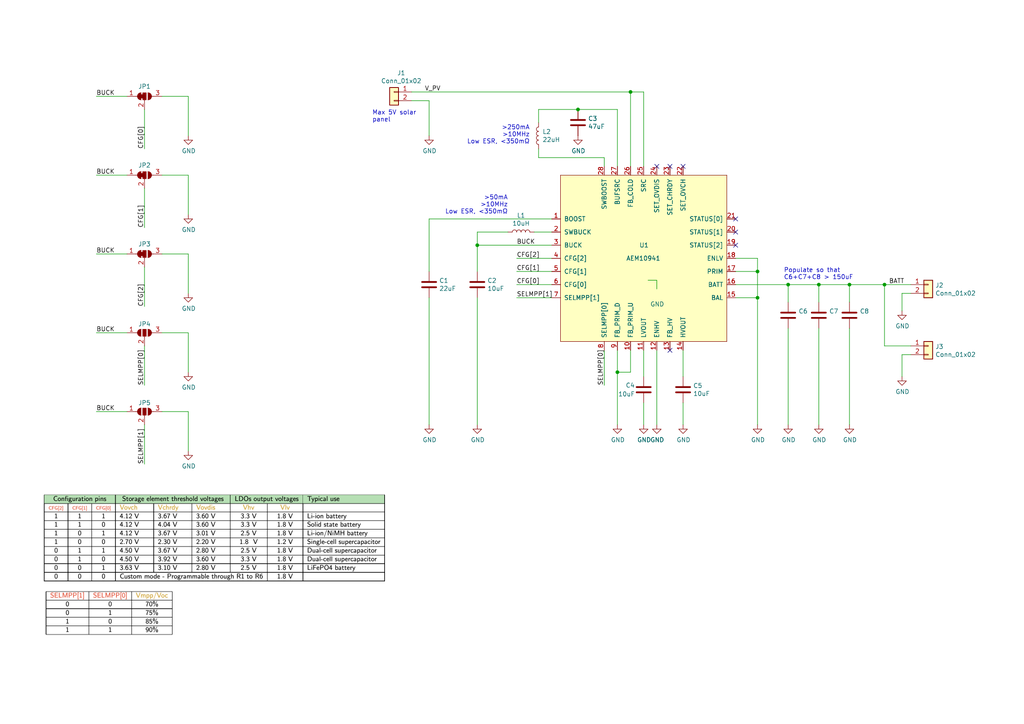
<source format=kicad_sch>
(kicad_sch (version 20211123) (generator eeschema)
  (paper "A4")
  (title_block (title "AEM10941 Solar Charger") (date "2022-01-20") (rev "1.0"))
  (lib_symbols
    (symbol "Connector_Generic:Conn_01x02" (pin_names (offset 1.016) hide)
      (property "Reference" "J" (at 0 2.54 0))
      (property "Value" "Conn_01x02" (at 0 -5.08 0))
      (symbol "Conn_01x02_1_1"
        (rectangle (start -1.27 -2.413) (end 0 -2.667) (stroke (width 0.1524)))
        (rectangle (start -1.27 0.127) (end 0 -0.127) (stroke (width 0.1524)))
        (rectangle (start -1.27 1.27) (end 1.27 -3.81) (stroke (width 0.254)) (fill (type background)))
        (pin passive line (at -5.08 0 0) (length 3.81) (name "Pin_1") (number "1"))
        (pin passive line (at -5.08 -2.54 0) (length 3.81) (name "Pin_2") (number "2"))
      )
    )
    (symbol "Device:C" (pin_numbers hide) (pin_names (offset 0.254))
      (property "Reference" "C" (at 0.635 2.54 0))
      (property "Value" "C" (at 0.635 -2.54 0))
      (symbol "C_0_1"
        (polyline (pts (xy -2.032 -0.762) (xy 2.032 -0.762)) (stroke (width 0.508)))
        (polyline (pts (xy -2.032 0.762) (xy 2.032 0.762)) (stroke (width 0.508)))
      )
      (symbol "C_1_1"
        (pin passive line (at 0 3.81 270) (length 2.794) (name "~") (number "1"))
        (pin passive line (at 0 -3.81 90) (length 2.794) (name "~") (number "2"))
      )
    )
    (symbol "Device:L" (pin_numbers hide) (pin_names (offset 1.016) hide)
      (property "Reference" "L" (at -1.27 0 90))
      (property "Value" "L" (at 1.905 0 90))
      (symbol "L_0_1"
        (arc (start 0 -2.54) (mid 0.635 -1.905) (end 0 -1.27))
        (arc (start 0 -1.27) (mid 0.635 -0.635) (end 0 0))
        (arc (start 0 0) (mid 0.635 0.635) (end 0 1.27))
        (arc (start 0 1.27) (mid 0.635 1.905) (end 0 2.54))
      )
      (symbol "L_1_1"
        (pin passive line (at 0 3.81 270) (length 1.27) (name "1") (number "1"))
        (pin passive line (at 0 -3.81 90) (length 1.27) (name "2") (number "2"))
      )
    )
    (symbol "Jumper:SolderJumper_3_Bridged12" (pin_names (offset 0) hide)
      (property "Reference" "JP" (at -2.54 -2.54 0))
      (property "Value" "SolderJumper_3_Bridged12" (at 0 2.794 0))
      (symbol "SolderJumper_3_Bridged12_0_1"
        (rectangle (start -1.016 0.508) (end -0.508 -0.508) (fill (type outline)))
        (arc (start -1.016 1.016) (mid -2.032 0) (end -1.016 -1.016))
        (arc (start -1.016 1.016) (mid -2.032 0) (end -1.016 -1.016) (fill (type outline)))
        (rectangle (start -0.508 1.016) (end 0.508 -1.016) (fill (type outline)))
        (polyline (pts (xy -2.54 0) (xy -2.032 0)))
        (polyline (pts (xy -1.016 1.016) (xy -1.016 -1.016)))
        (polyline (pts (xy 0 -1.27) (xy 0 -1.016)))
        (polyline (pts (xy 1.016 1.016) (xy 1.016 -1.016)))
        (polyline (pts (xy 2.54 0) (xy 2.032 0)))
        (arc (start 1.016 -1.016) (mid 2.032 0) (end 1.016 1.016))
        (arc (start 1.016 -1.016) (mid 2.032 0) (end 1.016 1.016) (fill (type outline)))
      )
      (symbol "SolderJumper_3_Bridged12_1_1"
        (pin passive line (at -5.08 0 0) (length 2.54) (name "A") (number "1"))
        (pin input line (at 0 -3.81 90) (length 2.54) (name "C") (number "2"))
        (pin passive line (at 5.08 0 180) (length 2.54) (name "B") (number "3"))
      )
    )
    (symbol "Jumper:SolderJumper_3_Open" (pin_names (offset 0) hide)
      (property "Reference" "JP" (at -2.54 -2.54 0))
      (property "Value" "SolderJumper_3_Open" (at 0 2.794 0))
      (symbol "SolderJumper_3_Open_0_1"
        (arc (start -1.016 1.016) (mid -2.032 0) (end -1.016 -1.016))
        (arc (start -1.016 1.016) (mid -2.032 0) (end -1.016 -1.016) (fill (type outline)))
        (rectangle (start -0.508 1.016) (end 0.508 -1.016) (fill (type outline)))
        (polyline (pts (xy -2.54 0) (xy -2.032 0)))
        (polyline (pts (xy -1.016 1.016) (xy -1.016 -1.016)))
        (polyline (pts (xy 0 -1.27) (xy 0 -1.016)))
        (polyline (pts (xy 1.016 1.016) (xy 1.016 -1.016)))
        (polyline (pts (xy 2.54 0) (xy 2.032 0)))
        (arc (start 1.016 -1.016) (mid 2.032 0) (end 1.016 1.016))
        (arc (start 1.016 -1.016) (mid 2.032 0) (end 1.016 1.016) (fill (type outline)))
      )
      (symbol "SolderJumper_3_Open_1_1"
        (pin passive line (at -5.08 0 0) (length 2.54) (name "A") (number "1"))
        (pin input line (at 0 -3.81 90) (length 2.54) (name "C") (number "2"))
        (pin passive line (at 5.08 0 180) (length 2.54) (name "B") (number "3"))
      )
    )
    (symbol "jouni:AEM10941" (pin_names (offset 1.016))
      (property "Reference" "U" (at 0 1.27 0))
      (property "Value" "jouni_AEM10941" (at 0 -1.27 0))
      (symbol "AEM10941_0_0"
        (pin input line (at -3.81 -26.67 90) (length 2.54) (name "FB_PRIM_U") (number "10"))
        (pin input line (at 0 -26.67 90) (length 2.54) (name "LVOUT") (number "11"))
        (pin input line (at 3.81 -26.67 90) (length 2.54) (name "ENHV") (number "12"))
        (pin input line (at 7.62 -26.67 90) (length 2.54) (name "FB_HV") (number "13"))
        (pin input line (at 11.43 -26.67 90) (length 2.54) (name "HVOUT") (number "14"))
        (pin input line (at 26.67 -11.43 180) (length 2.54) (name "BAL") (number "15"))
        (pin input line (at 26.67 -7.62 180) (length 2.54) (name "BATT") (number "16"))
        (pin input line (at 26.67 -3.81 180) (length 2.54) (name "PRIM") (number "17"))
        (pin input line (at 26.67 0 180) (length 2.54) (name "ENLV") (number "18"))
        (pin input line (at 26.67 3.81 180) (length 2.54) (name "STATUS[2]") (number "19"))
        (pin input line (at -26.67 7.62 0) (length 2.54) (name "SWBUCK") (number "2"))
        (pin input line (at 26.67 7.62 180) (length 2.54) (name "STATUS[1]") (number "20"))
        (pin input line (at 26.67 11.43 180) (length 2.54) (name "STATUS[0]") (number "21"))
        (pin input line (at 11.43 26.67 270) (length 2.54) (name "SET_OVCH") (number "22"))
        (pin input line (at 7.62 26.67 270) (length 2.54) (name "SET_CHRDY") (number "23"))
        (pin input line (at 3.81 26.67 270) (length 2.54) (name "SET_OVDIS") (number "24"))
        (pin input line (at 0 26.67 270) (length 2.54) (name "SRC") (number "25"))
        (pin input line (at -3.81 26.67 270) (length 2.54) (name "FB_COLD") (number "26"))
        (pin input line (at -7.62 26.67 270) (length 2.54) (name "BUFSRC") (number "27"))
        (pin input line (at -11.43 26.67 270) (length 2.54) (name "SWBOOST") (number "28"))
        (pin input line (at 1.27 -6.35 180) (length 2.54) hide (name "GND") (number "29"))
        (pin input line (at -26.67 3.81 0) (length 2.54) (name "BUCK") (number "3"))
        (pin input line (at -26.67 0 0) (length 2.54) (name "CFG[2]") (number "4"))
        (pin input line (at -26.67 -3.81 0) (length 2.54) (name "CFG[1]") (number "5"))
        (pin input line (at -26.67 -7.62 0) (length 2.54) (name "CFG[0]") (number "6"))
        (pin input line (at -26.67 -11.43 0) (length 2.54) (name "SELMPP[1]") (number "7"))
        (pin input line (at -11.43 -26.67 90) (length 2.54) (name "SELMPP[0]") (number "8"))
        (pin input line (at -7.62 -26.67 90) (length 2.54) (name "FB_PRIM_D") (number "9"))
      )
      (symbol "AEM10941_0_1"
        (rectangle (start -24.13 24.13) (end 24.13 -24.13) (fill (type background)))
      )
      (symbol "AEM10941_1_1"
        (pin input line (at -26.67 11.43 0) (length 2.54) (name "BOOST") (number "1"))
      )
    )
    (symbol "power:GND" (power) (pin_names (offset 0))
      (property "Value" "GND" (at 0 -3.81 0))
      (symbol "GND_0_1"
        (polyline (pts (xy 0 0) (xy 0 -1.27) (xy 1.27 -1.27) (xy 0 -2.54) (xy -1.27 -1.27) (xy 0 -1.27)))
      )
      (symbol "GND_1_1"
        (pin power_in line (at 0 0 270) (length 0) hide (name "GND") (number "1"))
      )
    )
  )
  (junction (at 219.71 86.36))
  (junction (at 179.07 107.95))
  (junction (at 219.71 78.74))
  (junction (at 228.6 82.55))
  (junction (at 182.88 26.67))
  (junction (at 138.43 71.12))
  (junction (at 256.54 82.55))
  (junction (at 246.38 82.55))
  (junction (at 237.49 82.55))
  (junction (at 167.64 31.75))
  (no_connect (at 194.31 101.6))
  (no_connect (at 190.5 48.26))
  (no_connect (at 213.36 67.31))
  (no_connect (at 213.36 71.12))
  (no_connect (at 213.36 63.5))
  (no_connect (at 198.12 48.26))
  (no_connect (at 194.31 48.26))
  (wire (pts (xy 124.46 123.19) (xy 124.46 86.36)))
  (wire (pts (xy 261.62 102.87) (xy 261.62 109.22)))
  (wire (pts (xy 138.43 71.12) (xy 138.43 67.31)))
  (wire (pts (xy 186.69 26.67) (xy 186.69 48.26)))
  (wire (pts (xy 156.21 35.56) (xy 156.21 31.75)))
  (wire (pts (xy 46.99 119.38) (xy 54.61 119.38)))
  (wire (pts (xy 187.96 81.28) (xy 190.5 81.28)))
  (wire (pts (xy 54.61 73.66) (xy 54.61 85.09)))
  (wire (pts (xy 237.49 123.19) (xy 237.49 95.25)))
  (wire (pts (xy 264.16 85.09) (xy 261.62 85.09)))
  (wire (pts (xy 190.5 81.28) (xy 190.5 83.82)))
  (wire (pts (xy 219.71 74.93) (xy 219.71 78.74)))
  (wire (pts (xy 198.12 109.22) (xy 198.12 101.6)))
  (wire (pts (xy 160.02 71.12) (xy 138.43 71.12)))
  (wire (pts (xy 256.54 82.55) (xy 264.16 82.55)))
  (wire (pts (xy 264.16 100.33) (xy 256.54 100.33)))
  (wire (pts (xy 213.36 74.93) (xy 219.71 74.93)))
  (wire (pts (xy 36.83 119.38) (xy 27.94 119.38)))
  (wire (pts (xy 138.43 123.19) (xy 138.43 86.36)))
  (wire (pts (xy 46.99 27.94) (xy 54.61 27.94)))
  (wire (pts (xy 36.83 50.8) (xy 27.94 50.8)))
  (wire (pts (xy 160.02 82.55) (xy 149.86 82.55)))
  (wire (pts (xy 54.61 50.8) (xy 54.61 62.23)))
  (wire (pts (xy 179.07 123.19) (xy 179.07 107.95)))
  (wire (pts (xy 41.91 54.61) (xy 41.91 66.04)))
  (wire (pts (xy 36.83 73.66) (xy 27.94 73.66)))
  (wire (pts (xy 246.38 82.55) (xy 256.54 82.55)))
  (wire (pts (xy 46.99 96.52) (xy 54.61 96.52)))
  (wire (pts (xy 167.64 31.75) (xy 156.21 31.75)))
  (wire (pts (xy 237.49 87.63) (xy 237.49 82.55)))
  (wire (pts (xy 213.36 86.36) (xy 219.71 86.36)))
  (wire (pts (xy 186.69 123.19) (xy 186.69 116.84)))
  (wire (pts (xy 256.54 100.33) (xy 256.54 82.55)))
  (wire (pts (xy 246.38 87.63) (xy 246.38 82.55)))
  (wire (pts (xy 138.43 78.74) (xy 138.43 71.12)))
  (wire (pts (xy 124.46 63.5) (xy 160.02 63.5)))
  (wire (pts (xy 41.91 100.33) (xy 41.91 111.76)))
  (wire (pts (xy 219.71 78.74) (xy 219.71 86.36)))
  (wire (pts (xy 175.26 48.26) (xy 175.26 45.72)))
  (wire (pts (xy 179.07 31.75) (xy 167.64 31.75)))
  (wire (pts (xy 36.83 96.52) (xy 27.94 96.52)))
  (wire (pts (xy 119.38 29.21) (xy 124.46 29.21)))
  (wire (pts (xy 46.99 50.8) (xy 54.61 50.8)))
  (wire (pts (xy 198.12 116.84) (xy 198.12 123.19)))
  (wire (pts (xy 156.21 45.72) (xy 175.26 45.72)))
  (wire (pts (xy 41.91 77.47) (xy 41.91 88.9)))
  (wire (pts (xy 54.61 119.38) (xy 54.61 130.81)))
  (wire (pts (xy 175.26 101.6) (xy 175.26 111.76)))
  (wire (pts (xy 186.69 109.22) (xy 186.69 101.6)))
  (wire (pts (xy 228.6 82.55) (xy 237.49 82.55)))
  (wire (pts (xy 213.36 82.55) (xy 228.6 82.55)))
  (wire (pts (xy 182.88 107.95) (xy 179.07 107.95)))
  (wire (pts (xy 160.02 86.36) (xy 149.86 86.36)))
  (wire (pts (xy 237.49 82.55) (xy 246.38 82.55)))
  (wire (pts (xy 119.38 26.67) (xy 182.88 26.67)))
  (wire (pts (xy 160.02 74.93) (xy 149.86 74.93)))
  (wire (pts (xy 160.02 78.74) (xy 149.86 78.74)))
  (wire (pts (xy 124.46 78.74) (xy 124.46 63.5)))
  (wire (pts (xy 182.88 101.6) (xy 182.88 107.95)))
  (wire (pts (xy 124.46 29.21) (xy 124.46 39.37)))
  (wire (pts (xy 190.5 101.6) (xy 190.5 123.19)))
  (wire (pts (xy 219.71 86.36) (xy 219.71 123.19)))
  (wire (pts (xy 228.6 87.63) (xy 228.6 82.55)))
  (wire (pts (xy 54.61 27.94) (xy 54.61 39.37)))
  (wire (pts (xy 213.36 78.74) (xy 219.71 78.74)))
  (wire (pts (xy 156.21 45.72) (xy 156.21 43.18)))
  (wire (pts (xy 246.38 123.19) (xy 246.38 95.25)))
  (wire (pts (xy 154.94 67.31) (xy 160.02 67.31)))
  (wire (pts (xy 179.07 48.26) (xy 179.07 31.75)))
  (wire (pts (xy 261.62 85.09) (xy 261.62 90.17)))
  (wire (pts (xy 46.99 73.66) (xy 54.61 73.66)))
  (wire (pts (xy 41.91 31.75) (xy 41.91 43.18)))
  (wire (pts (xy 138.43 67.31) (xy 147.32 67.31)))
  (wire (pts (xy 182.88 26.67) (xy 186.69 26.67)))
  (wire (pts (xy 179.07 107.95) (xy 179.07 101.6)))
  (wire (pts (xy 228.6 95.25) (xy 228.6 123.19)))
  (wire (pts (xy 36.83 27.94) (xy 27.94 27.94)))
  (wire (pts (xy 54.61 96.52) (xy 54.61 107.95)))
  (wire (pts (xy 264.16 102.87) (xy 261.62 102.87)))
  (wire (pts (xy 41.91 123.19) (xy 41.91 134.62)))
  (wire (pts (xy 182.88 48.26) (xy 182.88 26.67)))
  (image (at 31.75 177.8) (scale 0.8))
  (image (at 62.23 156.21) (scale 0.8))
  (text ">50mA\n>10MHz\nLow ESR, <350mΩ" (at 147.32 62.23 180) (effects (font (size 1.27 1.27)) (justify right bottom)))
  (text "Populate so that\nC6+C7+C8 > 150uF" (at 227.33 81.28 0) (effects (font (size 1.27 1.27)) (justify left bottom)))
  (text "Max 5V solar\npanel" (at 107.95 35.56 0) (effects (font (size 1.27 1.27)) (justify left bottom)))
  (text ">250mA\n>10MHz\nLow ESR, <350mΩ" (at 153.67 41.91 180) (effects (font (size 1.27 1.27)) (justify right bottom)))
  (label "SELMPP[1]" (at 41.91 134.62 90))
  (label "BUCK" (at 27.94 119.38 0))
  (label "CFG[2]" (at 149.86 74.93 0))
  (label "CFG[2]" (at 41.91 88.9 90))
  (label "BUCK" (at 27.94 73.66 0))
  (label "BATT" (at 257.81 82.55 0))
  (label "BUCK" (at 27.94 27.94 0))
  (label "CFG[0]" (at 41.91 43.18 90))
  (label "BUCK" (at 27.94 96.52 0))
  (label "CFG[0]" (at 149.86 82.55 0))
  (label "CFG[1]" (at 149.86 78.74 0))
  (label "V_PV" (at 123.19 26.67 0))
  (label "SELMPP[1]" (at 149.86 86.36 0))
  (label "BUCK" (at 149.86 71.12 0))
  (label "SELMPP[0]" (at 41.91 111.76 90))
  (label "SELMPP[0]" (at 175.26 111.76 90))
  (label "BUCK" (at 27.94 50.8 0))
  (label "CFG[1]" (at 41.91 66.04 90))
  (symbol (lib_id "jouni:AEM10941") (at 186.69 74.93 0) (unit 1)
    (property "Reference" "U1" (at 185.42 71.12 0) (effects (justify left)))
    (property "Value" "AEM10941" (at 181.61 74.93 0) (effects (justify left)))
    (property "Footprint" "jouni:QFN-28-1EP_5x5mm_P0.5mm_EP3.35x3.35mm_handsolder" (effects hide))
  )
  (symbol (lib_id "Device:C") (at 124.46 82.55 0) (unit 1)
    (property "Reference" "C1" (at 127.381 81.3816 0) (effects (justify left)))
    (property "Value" "22uF" (at 127.381 83.693 0) (effects (justify left)))
    (property "Footprint" "Capacitor_SMD:C_0805_2012Metric" (effects hide))
  )
  (symbol (lib_id "power:GND") (at 124.46 123.19 0) (unit 1)
    (property "Reference" "#PWR07" (effects hide))
    (property "Value" "GND" (at 124.587 127.5842 0))
  )
  (symbol (lib_id "Device:L") (at 151.13 67.31 90) (unit 1)
    (property "Reference" "L1" (at 151.13 62.484 90))
    (property "Value" "10uH" (at 151.13 64.7954 90))
    (property "Footprint" "Inductor_SMD:L_1210_3225Metric" (effects hide))
  )
  (symbol (lib_id "Device:C") (at 138.43 82.55 0) (unit 1)
    (property "Reference" "C2" (at 141.351 81.3816 0) (effects (justify left)))
    (property "Value" "10uF" (at 141.351 83.693 0) (effects (justify left)))
    (property "Footprint" "Capacitor_SMD:C_0805_2012Metric" (effects hide))
  )
  (symbol (lib_id "power:GND") (at 138.43 123.19 0) (unit 1)
    (property "Reference" "#PWR08" (effects hide))
    (property "Value" "GND" (at 138.557 127.5842 0))
  )
  (symbol (lib_id "power:GND") (at 54.61 39.37 0) (unit 1)
    (property "Reference" "#PWR01" (effects hide))
    (property "Value" "GND" (at 54.737 43.7642 0))
  )
  (symbol (lib_id "power:GND") (at 54.61 62.23 0) (unit 1)
    (property "Reference" "#PWR02" (effects hide))
    (property "Value" "GND" (at 54.737 66.6242 0))
  )
  (symbol (lib_id "power:GND") (at 54.61 85.09 0) (unit 1)
    (property "Reference" "#PWR03" (effects hide))
    (property "Value" "GND" (at 54.737 89.4842 0))
  )
  (symbol (lib_id "power:GND") (at 54.61 107.95 0) (unit 1)
    (property "Reference" "#PWR04" (effects hide))
    (property "Value" "GND" (at 54.737 112.3442 0))
  )
  (symbol (lib_id "Jumper:SolderJumper_3_Open") (at 41.91 96.52 0) (unit 1)
    (property "Reference" "JP4" (at 41.91 93.98 0))
    (property "Value" "SolderJumper_3_Open" (effects hide))
    (property "Footprint" "Jumper:SolderJumper-3_P1.3mm_Open_RoundedPad1.0x1.5mm" (effects hide))
  )
  (symbol (lib_id "power:GND") (at 54.61 130.81 0) (unit 1)
    (property "Reference" "#PWR05" (effects hide))
    (property "Value" "GND" (at 54.737 135.2042 0))
  )
  (symbol (lib_id "Jumper:SolderJumper_3_Open") (at 41.91 119.38 0) (unit 1)
    (property "Reference" "JP5" (at 41.91 116.84 0))
    (property "Value" "SolderJumper_3_Open" (effects hide))
    (property "Footprint" "Jumper:SolderJumper-3_P1.3mm_Open_RoundedPad1.0x1.5mm" (effects hide))
  )
  (symbol (lib_id "Connector_Generic:Conn_01x02") (at 269.24 100.33 0) (unit 1)
    (property "Reference" "J3" (at 271.272 100.5332 0) (effects (justify left)))
    (property "Value" "Conn_01x02" (at 271.272 102.8446 0) (effects (justify left)))
    (property "Footprint" "Connector_PinHeader_2.54mm:PinHeader_1x02_P2.54mm_Vertical" (effects hide))
  )
  (symbol (lib_id "power:GND") (at 261.62 109.22 0) (unit 1)
    (property "Reference" "#PWR017" (effects hide))
    (property "Value" "GND" (at 261.747 113.6142 0))
  )
  (symbol (lib_id "Device:C") (at 186.69 113.03 0) (unit 1)
    (property "Reference" "C4" (at 184.15 111.76 0) (effects (justify right)))
    (property "Value" "10uF" (at 184.15 114.3 0) (effects (justify right)))
    (property "Footprint" "Capacitor_SMD:C_0805_2012Metric" (effects hide))
  )
  (symbol (lib_id "Device:C") (at 198.12 113.03 0) (unit 1)
    (property "Reference" "C5" (at 201.041 111.8616 0) (effects (justify left)))
    (property "Value" "10uF" (at 201.041 114.173 0) (effects (justify left)))
    (property "Footprint" "Capacitor_SMD:C_0805_2012Metric" (effects hide))
  )
  (symbol (lib_id "power:GND") (at 179.07 123.19 0) (unit 1)
    (property "Reference" "#PWR010" (effects hide))
    (property "Value" "GND" (at 179.197 127.5842 0))
  )
  (symbol (lib_id "power:GND") (at 186.69 123.19 0) (unit 1)
    (property "Reference" "#PWR011" (effects hide))
    (property "Value" "GND" (at 186.817 127.5842 0))
  )
  (symbol (lib_id "power:GND") (at 190.5 123.19 0) (unit 1)
    (property "Reference" "#PWR012" (effects hide))
    (property "Value" "GND" (at 190.627 127.5842 0))
  )
  (symbol (lib_id "power:GND") (at 198.12 123.19 0) (unit 1)
    (property "Reference" "#PWR013" (effects hide))
    (property "Value" "GND" (at 198.247 127.5842 0))
  )
  (symbol (lib_id "power:GND") (at 219.71 123.19 0) (unit 1)
    (property "Reference" "#PWR014" (effects hide))
    (property "Value" "GND" (at 219.837 127.5842 0))
  )
  (symbol (lib_id "Connector_Generic:Conn_01x02") (at 269.24 82.55 0) (unit 1)
    (property "Reference" "J2" (at 271.272 82.7532 0) (effects (justify left)))
    (property "Value" "Conn_01x02" (at 271.272 85.0646 0) (effects (justify left)))
    (property "Footprint" "Connector_JST:JST_PH_S2B-PH-K_1x02_P2.00mm_Horizontal" (effects hide))
  )
  (symbol (lib_id "Device:C") (at 237.49 91.44 0) (unit 1)
    (property "Reference" "C7" (at 240.4872 90.2716 0) (effects (justify left)))
    (property "Value" "47uF" (effects hide))
    (property "Footprint" "Capacitor_SMD:C_1206_3216Metric" (effects hide))
  )
  (symbol (lib_id "Device:C") (at 228.6 91.44 0) (unit 1)
    (property "Reference" "C6" (at 231.5972 90.2716 0) (effects (justify left)))
    (property "Value" "47uF" (effects hide))
    (property "Footprint" "Capacitor_SMD:C_1206_3216Metric" (effects hide))
  )
  (symbol (lib_id "power:GND") (at 228.6 123.19 0) (unit 1)
    (property "Reference" "#PWR015" (effects hide))
    (property "Value" "GND" (at 228.727 127.5842 0))
  )
  (symbol (lib_id "power:GND") (at 261.62 90.17 0) (unit 1)
    (property "Reference" "#PWR016" (effects hide))
    (property "Value" "GND" (at 261.747 94.5642 0))
  )
  (symbol (lib_id "Connector_Generic:Conn_01x02") (at 114.3 26.67 0) (mirror y) (unit 1)
    (property "Reference" "J1" (at 116.3828 21.1582 0))
    (property "Value" "Conn_01x02" (at 116.3828 23.4696 0))
    (property "Footprint" "Connector_JST:JST_PH_S2B-PH-K_1x02_P2.00mm_Horizontal" (effects hide))
  )
  (symbol (lib_id "power:GND") (at 237.49 123.19 0) (unit 1)
    (property "Reference" "#PWR018" (effects hide))
    (property "Value" "GND" (at 237.617 127.5842 0))
  )
  (symbol (lib_id "Device:L") (at 156.21 39.37 180) (unit 1)
    (property "Reference" "L2" (at 157.3276 38.2016 0) (effects (justify right)))
    (property "Value" "22uH" (at 157.3276 40.513 0) (effects (justify right)))
    (property "Footprint" "Inductor_SMD:L_Taiyo-Yuden_NR-40xx_HandSoldering" (effects hide))
  )
  (symbol (lib_id "Device:C") (at 167.64 35.56 0) (unit 1)
    (property "Reference" "C3" (at 170.561 34.3916 0) (effects (justify left)))
    (property "Value" "47uF" (at 170.561 36.703 0) (effects (justify left)))
    (property "Footprint" "Capacitor_SMD:C_0805_2012Metric" (effects hide))
  )
  (symbol (lib_id "power:GND") (at 167.64 39.37 0) (unit 1)
    (property "Reference" "#PWR09" (effects hide))
    (property "Value" "GND" (at 167.767 43.7642 0))
  )
  (symbol (lib_id "power:GND") (at 124.46 39.37 0) (unit 1)
    (property "Reference" "#PWR06" (effects hide))
    (property "Value" "GND" (at 124.587 43.7642 0))
  )
  (symbol (lib_id "Jumper:SolderJumper_3_Bridged12") (at 41.91 27.94 0) (unit 1)
    (property "Reference" "JP1" (at 41.91 25.0698 0))
    (property "Value" "SolderJumper_3_Bridged12" (effects hide))
    (property "Footprint" "Jumper:SolderJumper-3_P1.3mm_Bridged12_RoundedPad1.0x1.5mm" (effects hide))
  )
  (symbol (lib_id "Device:C") (at 246.38 91.44 0) (unit 1)
    (property "Reference" "C8" (at 249.3772 90.2716 0) (effects (justify left)))
    (property "Value" "47uF" (effects hide))
    (property "Footprint" "Capacitor_SMD:C_1206_3216Metric" (effects hide))
  )
  (symbol (lib_id "Jumper:SolderJumper_3_Bridged12") (at 41.91 50.8 0) (unit 1)
    (property "Reference" "JP2" (at 41.91 47.9298 0))
    (property "Value" "SolderJumper_3_Bridged12" (effects hide))
    (property "Footprint" "Jumper:SolderJumper-3_P1.3mm_Bridged12_RoundedPad1.0x1.5mm" (effects hide))
  )
  (symbol (lib_id "power:GND") (at 246.38 123.19 0) (unit 1)
    (property "Reference" "#PWR019" (effects hide))
    (property "Value" "GND" (at 246.507 127.5842 0))
  )
  (symbol (lib_id "Jumper:SolderJumper_3_Bridged12") (at 41.91 73.66 0) (unit 1)
    (property "Reference" "JP3" (at 41.91 70.7898 0))
    (property "Value" "SolderJumper_3_Bridged12" (effects hide))
    (property "Footprint" "Jumper:SolderJumper-3_P1.3mm_Bridged12_RoundedPad1.0x1.5mm" (effects hide))
  )
  (symbol (lib_id "power:GND") (at 190.5 83.82 0) (unit 1)
    (property "Reference" "#PWR0101" (effects hide))
    (property "Value" "GND" (at 190.627 88.2142 0))
  )
)
</source>
